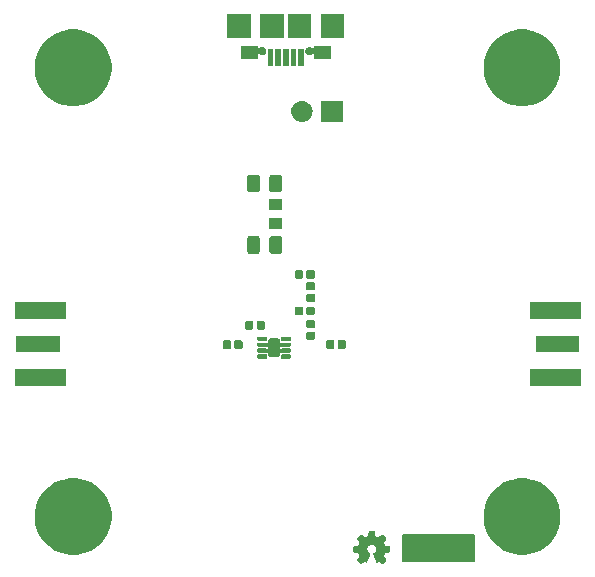
<source format=gts>
G04 #@! TF.GenerationSoftware,KiCad,Pcbnew,(5.1.0)-1*
G04 #@! TF.CreationDate,2019-03-22T19:36:58+11:00*
G04 #@! TF.ProjectId,TRF37A75_Dev_Rev_0,54524633-3741-4373-955f-4465765f5265,rev?*
G04 #@! TF.SameCoordinates,Original*
G04 #@! TF.FileFunction,Soldermask,Top*
G04 #@! TF.FilePolarity,Negative*
%FSLAX46Y46*%
G04 Gerber Fmt 4.6, Leading zero omitted, Abs format (unit mm)*
G04 Created by KiCad (PCBNEW (5.1.0)-1) date 2019-03-22 19:36:58*
%MOMM*%
%LPD*%
G04 APERTURE LIST*
%ADD10C,0.150000*%
%ADD11C,0.010000*%
%ADD12C,0.100000*%
G04 APERTURE END LIST*
D10*
G36*
X129925000Y-104550000D02*
G01*
X135925000Y-104550000D01*
X135925000Y-106800000D01*
X129925000Y-106800000D01*
X129925000Y-104550000D01*
G37*
X129925000Y-104550000D02*
X135925000Y-104550000D01*
X135925000Y-106800000D01*
X129925000Y-106800000D01*
X129925000Y-104550000D01*
D11*
G36*
X127271025Y-104238358D02*
G01*
X127312086Y-104238668D01*
X127348939Y-104239144D01*
X127380448Y-104239763D01*
X127405478Y-104240502D01*
X127422893Y-104241337D01*
X127431557Y-104242244D01*
X127432210Y-104242471D01*
X127434787Y-104248471D01*
X127438922Y-104263787D01*
X127444466Y-104287721D01*
X127451268Y-104319573D01*
X127459179Y-104358644D01*
X127468047Y-104404237D01*
X127475901Y-104445850D01*
X127484151Y-104489601D01*
X127492001Y-104530265D01*
X127499225Y-104566748D01*
X127505599Y-104597957D01*
X127510898Y-104622798D01*
X127514897Y-104640177D01*
X127517372Y-104649000D01*
X127517802Y-104649834D01*
X127524048Y-104653371D01*
X127538151Y-104659916D01*
X127558676Y-104668889D01*
X127584190Y-104679710D01*
X127613258Y-104691800D01*
X127644446Y-104704578D01*
X127676320Y-104717466D01*
X127707447Y-104729882D01*
X127736392Y-104741248D01*
X127761721Y-104750983D01*
X127781999Y-104758508D01*
X127795794Y-104763242D01*
X127801671Y-104764607D01*
X127801678Y-104764605D01*
X127806988Y-104761333D01*
X127819724Y-104752928D01*
X127838948Y-104740025D01*
X127863724Y-104723257D01*
X127893114Y-104703260D01*
X127926180Y-104680669D01*
X127961986Y-104656119D01*
X127970656Y-104650162D01*
X128007085Y-104625277D01*
X128041148Y-104602306D01*
X128071886Y-104581874D01*
X128098339Y-104564606D01*
X128119549Y-104551126D01*
X128134556Y-104542059D01*
X128142401Y-104538028D01*
X128143086Y-104537879D01*
X128148807Y-104541391D01*
X128160602Y-104551292D01*
X128177520Y-104566632D01*
X128198609Y-104586458D01*
X128222919Y-104609820D01*
X128249500Y-104635767D01*
X128277400Y-104663347D01*
X128305669Y-104691609D01*
X128333355Y-104719603D01*
X128359508Y-104746376D01*
X128383178Y-104770978D01*
X128403412Y-104792458D01*
X128419261Y-104809864D01*
X128429774Y-104822246D01*
X128433999Y-104828651D01*
X128434040Y-104828938D01*
X128431243Y-104835058D01*
X128423279Y-104848530D01*
X128410789Y-104868372D01*
X128394410Y-104893598D01*
X128374783Y-104923226D01*
X128352547Y-104956269D01*
X128328341Y-104991745D01*
X128326788Y-104994005D01*
X128302294Y-105029726D01*
X128279499Y-105063139D01*
X128259080Y-105093244D01*
X128241708Y-105119038D01*
X128228060Y-105139521D01*
X128218807Y-105153692D01*
X128214626Y-105160550D01*
X128214568Y-105160670D01*
X128213784Y-105165391D01*
X128214912Y-105173231D01*
X128218299Y-105185143D01*
X128224292Y-105202084D01*
X128233241Y-105225007D01*
X128245491Y-105254867D01*
X128261390Y-105292619D01*
X128269749Y-105312252D01*
X128286018Y-105349852D01*
X128301011Y-105383510D01*
X128314231Y-105412168D01*
X128325175Y-105434772D01*
X128333346Y-105450265D01*
X128338243Y-105457592D01*
X128338710Y-105457948D01*
X128345560Y-105459928D01*
X128361248Y-105463502D01*
X128384616Y-105468434D01*
X128414508Y-105474491D01*
X128449767Y-105481439D01*
X128489236Y-105489044D01*
X128531757Y-105497071D01*
X128536409Y-105497940D01*
X128585146Y-105507180D01*
X128628053Y-105515621D01*
X128664390Y-105523102D01*
X128693418Y-105529463D01*
X128714397Y-105534544D01*
X128726585Y-105538184D01*
X128729451Y-105539714D01*
X128730372Y-105546096D01*
X128731225Y-105561503D01*
X128731989Y-105584798D01*
X128732638Y-105614847D01*
X128733151Y-105650514D01*
X128733503Y-105690663D01*
X128733671Y-105734159D01*
X128733682Y-105745027D01*
X128733649Y-105796548D01*
X128733486Y-105838801D01*
X128733162Y-105872680D01*
X128732647Y-105899077D01*
X128731908Y-105918884D01*
X128730916Y-105932996D01*
X128729639Y-105942303D01*
X128728046Y-105947699D01*
X128726595Y-105949741D01*
X128720095Y-105951999D01*
X128704763Y-105955799D01*
X128681765Y-105960898D01*
X128652271Y-105967050D01*
X128617450Y-105974013D01*
X128578470Y-105981543D01*
X128537365Y-105989236D01*
X128491210Y-105997897D01*
X128449798Y-106005981D01*
X128414062Y-106013286D01*
X128384937Y-106019611D01*
X128363354Y-106024758D01*
X128350249Y-106028525D01*
X128346726Y-106030133D01*
X128342704Y-106036585D01*
X128335714Y-106050987D01*
X128326314Y-106071948D01*
X128315063Y-106098082D01*
X128302519Y-106128000D01*
X128289240Y-106160313D01*
X128275785Y-106193634D01*
X128262712Y-106226575D01*
X128250580Y-106257747D01*
X128239946Y-106285763D01*
X128231369Y-106309233D01*
X128225408Y-106326771D01*
X128222620Y-106336987D01*
X128222556Y-106338842D01*
X128225901Y-106344358D01*
X128234348Y-106357262D01*
X128247236Y-106376573D01*
X128263906Y-106401312D01*
X128283697Y-106430498D01*
X128305948Y-106463151D01*
X128329512Y-106497582D01*
X128353487Y-106532797D01*
X128375526Y-106565662D01*
X128394982Y-106595174D01*
X128411209Y-106620331D01*
X128423558Y-106640130D01*
X128431383Y-106653568D01*
X128434040Y-106659588D01*
X128430537Y-106665258D01*
X128420662Y-106677017D01*
X128405363Y-106693914D01*
X128385590Y-106714997D01*
X128362290Y-106739314D01*
X128336414Y-106765912D01*
X128308908Y-106793838D01*
X128280723Y-106822142D01*
X128252807Y-106849870D01*
X128226109Y-106876071D01*
X128201578Y-106899792D01*
X128180162Y-106920081D01*
X128162810Y-106935985D01*
X128150471Y-106946554D01*
X128144094Y-106950834D01*
X128143792Y-106950880D01*
X128137917Y-106948089D01*
X128124690Y-106940148D01*
X128105102Y-106927705D01*
X128080147Y-106911406D01*
X128050814Y-106891900D01*
X128018098Y-106869834D01*
X127984274Y-106846740D01*
X127949192Y-106822807D01*
X127916493Y-106800813D01*
X127887179Y-106781405D01*
X127862247Y-106765232D01*
X127842696Y-106752942D01*
X127829527Y-106745183D01*
X127823812Y-106742600D01*
X127816386Y-106744920D01*
X127801894Y-106751305D01*
X127782157Y-106760890D01*
X127758991Y-106772810D01*
X127748350Y-106778481D01*
X127722800Y-106791747D01*
X127700514Y-106802375D01*
X127683172Y-106809622D01*
X127672456Y-106812744D01*
X127670823Y-106812771D01*
X127668235Y-106811377D01*
X127664874Y-106807452D01*
X127660467Y-106800381D01*
X127654738Y-106789547D01*
X127647414Y-106774334D01*
X127638220Y-106754125D01*
X127626884Y-106728305D01*
X127613129Y-106696257D01*
X127596684Y-106657365D01*
X127577272Y-106611012D01*
X127554620Y-106556582D01*
X127528454Y-106493459D01*
X127523860Y-106482359D01*
X127501257Y-106427528D01*
X127479911Y-106375342D01*
X127460128Y-106326575D01*
X127442213Y-106281998D01*
X127426473Y-106242386D01*
X127413212Y-106208510D01*
X127402736Y-106181143D01*
X127395352Y-106161060D01*
X127391364Y-106149031D01*
X127390760Y-106145809D01*
X127395949Y-106139897D01*
X127407723Y-106129827D01*
X127424234Y-106117102D01*
X127440173Y-106105629D01*
X127482327Y-106074570D01*
X127516753Y-106045231D01*
X127545203Y-106015682D01*
X127569432Y-105983997D01*
X127591194Y-105948247D01*
X127601863Y-105927918D01*
X127625756Y-105869488D01*
X127640076Y-105809158D01*
X127644979Y-105747953D01*
X127640623Y-105686898D01*
X127627163Y-105627019D01*
X127604756Y-105569342D01*
X127573559Y-105514891D01*
X127533727Y-105464692D01*
X127530664Y-105461411D01*
X127483017Y-105417833D01*
X127429808Y-105382422D01*
X127370354Y-105354755D01*
X127341660Y-105344807D01*
X127324933Y-105339974D01*
X127309165Y-105336632D01*
X127291854Y-105334519D01*
X127270497Y-105333373D01*
X127242593Y-105332935D01*
X127227540Y-105332900D01*
X127195915Y-105333110D01*
X127171936Y-105333916D01*
X127153093Y-105335578D01*
X127136877Y-105338357D01*
X127120778Y-105342516D01*
X127113240Y-105344802D01*
X127051246Y-105369205D01*
X126994961Y-105401690D01*
X126944969Y-105441763D01*
X126901854Y-105488933D01*
X126866201Y-105542707D01*
X126856329Y-105561500D01*
X126835756Y-105608357D01*
X126822234Y-105652726D01*
X126814860Y-105698443D01*
X126812727Y-105746920D01*
X126817586Y-105811989D01*
X126831992Y-105874065D01*
X126855688Y-105932510D01*
X126888416Y-105986687D01*
X126928955Y-106034975D01*
X126947140Y-106051971D01*
X126970762Y-106071791D01*
X126996748Y-106092052D01*
X127022023Y-106110368D01*
X127043514Y-106124354D01*
X127046139Y-106125883D01*
X127057832Y-106134785D01*
X127064872Y-106144264D01*
X127065325Y-106145648D01*
X127063872Y-106152322D01*
X127058641Y-106167833D01*
X127049832Y-106191671D01*
X127037647Y-106223326D01*
X127022287Y-106262287D01*
X127003953Y-106308043D01*
X126982846Y-106360085D01*
X126959166Y-106417901D01*
X126935728Y-106474679D01*
X126913300Y-106528781D01*
X126891914Y-106580286D01*
X126871903Y-106628399D01*
X126853599Y-106672325D01*
X126837334Y-106711268D01*
X126823442Y-106744433D01*
X126812253Y-106771026D01*
X126804102Y-106790249D01*
X126799319Y-106801309D01*
X126798253Y-106803609D01*
X126790020Y-106811716D01*
X126783211Y-106813720D01*
X126775498Y-106811394D01*
X126760745Y-106804995D01*
X126740790Y-106795387D01*
X126717470Y-106783437D01*
X126706642Y-106777672D01*
X126676834Y-106762192D01*
X126653316Y-106751189D01*
X126636875Y-106745007D01*
X126628822Y-106743837D01*
X126621680Y-106747269D01*
X126607538Y-106755700D01*
X126587709Y-106768286D01*
X126563506Y-106784184D01*
X126536241Y-106802551D01*
X126518880Y-106814461D01*
X126471962Y-106846822D01*
X126432682Y-106873815D01*
X126400352Y-106895892D01*
X126374281Y-106913506D01*
X126353781Y-106927109D01*
X126338163Y-106937155D01*
X126326739Y-106944097D01*
X126318819Y-106948388D01*
X126313714Y-106950480D01*
X126311387Y-106950880D01*
X126306121Y-106947399D01*
X126294535Y-106937478D01*
X126277460Y-106921897D01*
X126255721Y-106901437D01*
X126230148Y-106876880D01*
X126201568Y-106849006D01*
X126170809Y-106818597D01*
X126164731Y-106812541D01*
X126133736Y-106781470D01*
X126105010Y-106752382D01*
X126079357Y-106726112D01*
X126057577Y-106703494D01*
X126040473Y-106685363D01*
X126028847Y-106672552D01*
X126023501Y-106665896D01*
X126023266Y-106665413D01*
X126022367Y-106662436D01*
X126022052Y-106659393D01*
X126022835Y-106655460D01*
X126025226Y-106649812D01*
X126029737Y-106641624D01*
X126036879Y-106630072D01*
X126047165Y-106614330D01*
X126061105Y-106593575D01*
X126079212Y-106566980D01*
X126101996Y-106533721D01*
X126129969Y-106492973D01*
X126132515Y-106489266D01*
X126156161Y-106454625D01*
X126177865Y-106422438D01*
X126196973Y-106393706D01*
X126212831Y-106369428D01*
X126224785Y-106350605D01*
X126232181Y-106338237D01*
X126234400Y-106333469D01*
X126232571Y-106327070D01*
X126227390Y-106312455D01*
X126219314Y-106290826D01*
X126208802Y-106263385D01*
X126196312Y-106231333D01*
X126182300Y-106195874D01*
X126175294Y-106178307D01*
X126157557Y-106134314D01*
X126143005Y-106099051D01*
X126131276Y-106071727D01*
X126122006Y-106051551D01*
X126114833Y-106037734D01*
X126109394Y-106029485D01*
X126105444Y-106026059D01*
X126098085Y-106024121D01*
X126081936Y-106020609D01*
X126058202Y-106015762D01*
X126028091Y-106009819D01*
X125992809Y-106003018D01*
X125953562Y-105995597D01*
X125914921Y-105988414D01*
X125873281Y-105980616D01*
X125834669Y-105973154D01*
X125800261Y-105966273D01*
X125771230Y-105960217D01*
X125748751Y-105955232D01*
X125733998Y-105951560D01*
X125728231Y-105949531D01*
X125726433Y-105946360D01*
X125724961Y-105939541D01*
X125723785Y-105928211D01*
X125722877Y-105911509D01*
X125722207Y-105888571D01*
X125721746Y-105858536D01*
X125721465Y-105820541D01*
X125721336Y-105773724D01*
X125721320Y-105743875D01*
X125721320Y-105543954D01*
X125732750Y-105536902D01*
X125740237Y-105534400D01*
X125756536Y-105530372D01*
X125780455Y-105525066D01*
X125810802Y-105518732D01*
X125846384Y-105511617D01*
X125886009Y-105503971D01*
X125928486Y-105496042D01*
X125929600Y-105495838D01*
X125971876Y-105487950D01*
X126011108Y-105480374D01*
X126046145Y-105473352D01*
X126075836Y-105467126D01*
X126099030Y-105461937D01*
X126114576Y-105458026D01*
X126121323Y-105455637D01*
X126121405Y-105455566D01*
X126125090Y-105449301D01*
X126132022Y-105435106D01*
X126141577Y-105414428D01*
X126153134Y-105388713D01*
X126166070Y-105359406D01*
X126179763Y-105327954D01*
X126193591Y-105295802D01*
X126206931Y-105264397D01*
X126219161Y-105235185D01*
X126229659Y-105209611D01*
X126237803Y-105189123D01*
X126242969Y-105175165D01*
X126244560Y-105169394D01*
X126241767Y-105163575D01*
X126233811Y-105150372D01*
X126221319Y-105130749D01*
X126204924Y-105105667D01*
X126185254Y-105076089D01*
X126162939Y-105042976D01*
X126138611Y-105007293D01*
X126134742Y-105001655D01*
X126110048Y-104965538D01*
X126087155Y-104931750D01*
X126066713Y-104901274D01*
X126049371Y-104875088D01*
X126035778Y-104854175D01*
X126026583Y-104839516D01*
X126022434Y-104832090D01*
X126022293Y-104831684D01*
X126023054Y-104827579D01*
X126027214Y-104820668D01*
X126035317Y-104810355D01*
X126047905Y-104796048D01*
X126065521Y-104777154D01*
X126088708Y-104753078D01*
X126118008Y-104723226D01*
X126153964Y-104687005D01*
X126161199Y-104679749D01*
X126197218Y-104643889D01*
X126229356Y-104612378D01*
X126257068Y-104585731D01*
X126279806Y-104564461D01*
X126297023Y-104549081D01*
X126308174Y-104540105D01*
X126312325Y-104537880D01*
X126318560Y-104540672D01*
X126332156Y-104548627D01*
X126352133Y-104561110D01*
X126377508Y-104577487D01*
X126407300Y-104597122D01*
X126440526Y-104619382D01*
X126476205Y-104643631D01*
X126480086Y-104646289D01*
X126516100Y-104670928D01*
X126549822Y-104693914D01*
X126580253Y-104714573D01*
X126606395Y-104732230D01*
X126627248Y-104746211D01*
X126641815Y-104755841D01*
X126649096Y-104760446D01*
X126649352Y-104760587D01*
X126653805Y-104761941D01*
X126660339Y-104761744D01*
X126670059Y-104759631D01*
X126684068Y-104755234D01*
X126703471Y-104748187D01*
X126729373Y-104738124D01*
X126762877Y-104724677D01*
X126786512Y-104715068D01*
X126828366Y-104697981D01*
X126861788Y-104684243D01*
X126887760Y-104673382D01*
X126907264Y-104664926D01*
X126921281Y-104658403D01*
X126930795Y-104653340D01*
X126936786Y-104649266D01*
X126940236Y-104645708D01*
X126942128Y-104642193D01*
X126942945Y-104639840D01*
X126944560Y-104632736D01*
X126947793Y-104616805D01*
X126952420Y-104593215D01*
X126958216Y-104563129D01*
X126964958Y-104527714D01*
X126972420Y-104488135D01*
X126980378Y-104445558D01*
X126981195Y-104441168D01*
X126989252Y-104398481D01*
X126996968Y-104358799D01*
X127004104Y-104323266D01*
X127010420Y-104293028D01*
X127015676Y-104269228D01*
X127019633Y-104253012D01*
X127022050Y-104245524D01*
X127022212Y-104245283D01*
X127025242Y-104243437D01*
X127031563Y-104241928D01*
X127042063Y-104240727D01*
X127057633Y-104239801D01*
X127079159Y-104239121D01*
X127107532Y-104238657D01*
X127143639Y-104238376D01*
X127188370Y-104238250D01*
X127226892Y-104238237D01*
X127271025Y-104238358D01*
X127271025Y-104238358D01*
G37*
X127271025Y-104238358D02*
X127312086Y-104238668D01*
X127348939Y-104239144D01*
X127380448Y-104239763D01*
X127405478Y-104240502D01*
X127422893Y-104241337D01*
X127431557Y-104242244D01*
X127432210Y-104242471D01*
X127434787Y-104248471D01*
X127438922Y-104263787D01*
X127444466Y-104287721D01*
X127451268Y-104319573D01*
X127459179Y-104358644D01*
X127468047Y-104404237D01*
X127475901Y-104445850D01*
X127484151Y-104489601D01*
X127492001Y-104530265D01*
X127499225Y-104566748D01*
X127505599Y-104597957D01*
X127510898Y-104622798D01*
X127514897Y-104640177D01*
X127517372Y-104649000D01*
X127517802Y-104649834D01*
X127524048Y-104653371D01*
X127538151Y-104659916D01*
X127558676Y-104668889D01*
X127584190Y-104679710D01*
X127613258Y-104691800D01*
X127644446Y-104704578D01*
X127676320Y-104717466D01*
X127707447Y-104729882D01*
X127736392Y-104741248D01*
X127761721Y-104750983D01*
X127781999Y-104758508D01*
X127795794Y-104763242D01*
X127801671Y-104764607D01*
X127801678Y-104764605D01*
X127806988Y-104761333D01*
X127819724Y-104752928D01*
X127838948Y-104740025D01*
X127863724Y-104723257D01*
X127893114Y-104703260D01*
X127926180Y-104680669D01*
X127961986Y-104656119D01*
X127970656Y-104650162D01*
X128007085Y-104625277D01*
X128041148Y-104602306D01*
X128071886Y-104581874D01*
X128098339Y-104564606D01*
X128119549Y-104551126D01*
X128134556Y-104542059D01*
X128142401Y-104538028D01*
X128143086Y-104537879D01*
X128148807Y-104541391D01*
X128160602Y-104551292D01*
X128177520Y-104566632D01*
X128198609Y-104586458D01*
X128222919Y-104609820D01*
X128249500Y-104635767D01*
X128277400Y-104663347D01*
X128305669Y-104691609D01*
X128333355Y-104719603D01*
X128359508Y-104746376D01*
X128383178Y-104770978D01*
X128403412Y-104792458D01*
X128419261Y-104809864D01*
X128429774Y-104822246D01*
X128433999Y-104828651D01*
X128434040Y-104828938D01*
X128431243Y-104835058D01*
X128423279Y-104848530D01*
X128410789Y-104868372D01*
X128394410Y-104893598D01*
X128374783Y-104923226D01*
X128352547Y-104956269D01*
X128328341Y-104991745D01*
X128326788Y-104994005D01*
X128302294Y-105029726D01*
X128279499Y-105063139D01*
X128259080Y-105093244D01*
X128241708Y-105119038D01*
X128228060Y-105139521D01*
X128218807Y-105153692D01*
X128214626Y-105160550D01*
X128214568Y-105160670D01*
X128213784Y-105165391D01*
X128214912Y-105173231D01*
X128218299Y-105185143D01*
X128224292Y-105202084D01*
X128233241Y-105225007D01*
X128245491Y-105254867D01*
X128261390Y-105292619D01*
X128269749Y-105312252D01*
X128286018Y-105349852D01*
X128301011Y-105383510D01*
X128314231Y-105412168D01*
X128325175Y-105434772D01*
X128333346Y-105450265D01*
X128338243Y-105457592D01*
X128338710Y-105457948D01*
X128345560Y-105459928D01*
X128361248Y-105463502D01*
X128384616Y-105468434D01*
X128414508Y-105474491D01*
X128449767Y-105481439D01*
X128489236Y-105489044D01*
X128531757Y-105497071D01*
X128536409Y-105497940D01*
X128585146Y-105507180D01*
X128628053Y-105515621D01*
X128664390Y-105523102D01*
X128693418Y-105529463D01*
X128714397Y-105534544D01*
X128726585Y-105538184D01*
X128729451Y-105539714D01*
X128730372Y-105546096D01*
X128731225Y-105561503D01*
X128731989Y-105584798D01*
X128732638Y-105614847D01*
X128733151Y-105650514D01*
X128733503Y-105690663D01*
X128733671Y-105734159D01*
X128733682Y-105745027D01*
X128733649Y-105796548D01*
X128733486Y-105838801D01*
X128733162Y-105872680D01*
X128732647Y-105899077D01*
X128731908Y-105918884D01*
X128730916Y-105932996D01*
X128729639Y-105942303D01*
X128728046Y-105947699D01*
X128726595Y-105949741D01*
X128720095Y-105951999D01*
X128704763Y-105955799D01*
X128681765Y-105960898D01*
X128652271Y-105967050D01*
X128617450Y-105974013D01*
X128578470Y-105981543D01*
X128537365Y-105989236D01*
X128491210Y-105997897D01*
X128449798Y-106005981D01*
X128414062Y-106013286D01*
X128384937Y-106019611D01*
X128363354Y-106024758D01*
X128350249Y-106028525D01*
X128346726Y-106030133D01*
X128342704Y-106036585D01*
X128335714Y-106050987D01*
X128326314Y-106071948D01*
X128315063Y-106098082D01*
X128302519Y-106128000D01*
X128289240Y-106160313D01*
X128275785Y-106193634D01*
X128262712Y-106226575D01*
X128250580Y-106257747D01*
X128239946Y-106285763D01*
X128231369Y-106309233D01*
X128225408Y-106326771D01*
X128222620Y-106336987D01*
X128222556Y-106338842D01*
X128225901Y-106344358D01*
X128234348Y-106357262D01*
X128247236Y-106376573D01*
X128263906Y-106401312D01*
X128283697Y-106430498D01*
X128305948Y-106463151D01*
X128329512Y-106497582D01*
X128353487Y-106532797D01*
X128375526Y-106565662D01*
X128394982Y-106595174D01*
X128411209Y-106620331D01*
X128423558Y-106640130D01*
X128431383Y-106653568D01*
X128434040Y-106659588D01*
X128430537Y-106665258D01*
X128420662Y-106677017D01*
X128405363Y-106693914D01*
X128385590Y-106714997D01*
X128362290Y-106739314D01*
X128336414Y-106765912D01*
X128308908Y-106793838D01*
X128280723Y-106822142D01*
X128252807Y-106849870D01*
X128226109Y-106876071D01*
X128201578Y-106899792D01*
X128180162Y-106920081D01*
X128162810Y-106935985D01*
X128150471Y-106946554D01*
X128144094Y-106950834D01*
X128143792Y-106950880D01*
X128137917Y-106948089D01*
X128124690Y-106940148D01*
X128105102Y-106927705D01*
X128080147Y-106911406D01*
X128050814Y-106891900D01*
X128018098Y-106869834D01*
X127984274Y-106846740D01*
X127949192Y-106822807D01*
X127916493Y-106800813D01*
X127887179Y-106781405D01*
X127862247Y-106765232D01*
X127842696Y-106752942D01*
X127829527Y-106745183D01*
X127823812Y-106742600D01*
X127816386Y-106744920D01*
X127801894Y-106751305D01*
X127782157Y-106760890D01*
X127758991Y-106772810D01*
X127748350Y-106778481D01*
X127722800Y-106791747D01*
X127700514Y-106802375D01*
X127683172Y-106809622D01*
X127672456Y-106812744D01*
X127670823Y-106812771D01*
X127668235Y-106811377D01*
X127664874Y-106807452D01*
X127660467Y-106800381D01*
X127654738Y-106789547D01*
X127647414Y-106774334D01*
X127638220Y-106754125D01*
X127626884Y-106728305D01*
X127613129Y-106696257D01*
X127596684Y-106657365D01*
X127577272Y-106611012D01*
X127554620Y-106556582D01*
X127528454Y-106493459D01*
X127523860Y-106482359D01*
X127501257Y-106427528D01*
X127479911Y-106375342D01*
X127460128Y-106326575D01*
X127442213Y-106281998D01*
X127426473Y-106242386D01*
X127413212Y-106208510D01*
X127402736Y-106181143D01*
X127395352Y-106161060D01*
X127391364Y-106149031D01*
X127390760Y-106145809D01*
X127395949Y-106139897D01*
X127407723Y-106129827D01*
X127424234Y-106117102D01*
X127440173Y-106105629D01*
X127482327Y-106074570D01*
X127516753Y-106045231D01*
X127545203Y-106015682D01*
X127569432Y-105983997D01*
X127591194Y-105948247D01*
X127601863Y-105927918D01*
X127625756Y-105869488D01*
X127640076Y-105809158D01*
X127644979Y-105747953D01*
X127640623Y-105686898D01*
X127627163Y-105627019D01*
X127604756Y-105569342D01*
X127573559Y-105514891D01*
X127533727Y-105464692D01*
X127530664Y-105461411D01*
X127483017Y-105417833D01*
X127429808Y-105382422D01*
X127370354Y-105354755D01*
X127341660Y-105344807D01*
X127324933Y-105339974D01*
X127309165Y-105336632D01*
X127291854Y-105334519D01*
X127270497Y-105333373D01*
X127242593Y-105332935D01*
X127227540Y-105332900D01*
X127195915Y-105333110D01*
X127171936Y-105333916D01*
X127153093Y-105335578D01*
X127136877Y-105338357D01*
X127120778Y-105342516D01*
X127113240Y-105344802D01*
X127051246Y-105369205D01*
X126994961Y-105401690D01*
X126944969Y-105441763D01*
X126901854Y-105488933D01*
X126866201Y-105542707D01*
X126856329Y-105561500D01*
X126835756Y-105608357D01*
X126822234Y-105652726D01*
X126814860Y-105698443D01*
X126812727Y-105746920D01*
X126817586Y-105811989D01*
X126831992Y-105874065D01*
X126855688Y-105932510D01*
X126888416Y-105986687D01*
X126928955Y-106034975D01*
X126947140Y-106051971D01*
X126970762Y-106071791D01*
X126996748Y-106092052D01*
X127022023Y-106110368D01*
X127043514Y-106124354D01*
X127046139Y-106125883D01*
X127057832Y-106134785D01*
X127064872Y-106144264D01*
X127065325Y-106145648D01*
X127063872Y-106152322D01*
X127058641Y-106167833D01*
X127049832Y-106191671D01*
X127037647Y-106223326D01*
X127022287Y-106262287D01*
X127003953Y-106308043D01*
X126982846Y-106360085D01*
X126959166Y-106417901D01*
X126935728Y-106474679D01*
X126913300Y-106528781D01*
X126891914Y-106580286D01*
X126871903Y-106628399D01*
X126853599Y-106672325D01*
X126837334Y-106711268D01*
X126823442Y-106744433D01*
X126812253Y-106771026D01*
X126804102Y-106790249D01*
X126799319Y-106801309D01*
X126798253Y-106803609D01*
X126790020Y-106811716D01*
X126783211Y-106813720D01*
X126775498Y-106811394D01*
X126760745Y-106804995D01*
X126740790Y-106795387D01*
X126717470Y-106783437D01*
X126706642Y-106777672D01*
X126676834Y-106762192D01*
X126653316Y-106751189D01*
X126636875Y-106745007D01*
X126628822Y-106743837D01*
X126621680Y-106747269D01*
X126607538Y-106755700D01*
X126587709Y-106768286D01*
X126563506Y-106784184D01*
X126536241Y-106802551D01*
X126518880Y-106814461D01*
X126471962Y-106846822D01*
X126432682Y-106873815D01*
X126400352Y-106895892D01*
X126374281Y-106913506D01*
X126353781Y-106927109D01*
X126338163Y-106937155D01*
X126326739Y-106944097D01*
X126318819Y-106948388D01*
X126313714Y-106950480D01*
X126311387Y-106950880D01*
X126306121Y-106947399D01*
X126294535Y-106937478D01*
X126277460Y-106921897D01*
X126255721Y-106901437D01*
X126230148Y-106876880D01*
X126201568Y-106849006D01*
X126170809Y-106818597D01*
X126164731Y-106812541D01*
X126133736Y-106781470D01*
X126105010Y-106752382D01*
X126079357Y-106726112D01*
X126057577Y-106703494D01*
X126040473Y-106685363D01*
X126028847Y-106672552D01*
X126023501Y-106665896D01*
X126023266Y-106665413D01*
X126022367Y-106662436D01*
X126022052Y-106659393D01*
X126022835Y-106655460D01*
X126025226Y-106649812D01*
X126029737Y-106641624D01*
X126036879Y-106630072D01*
X126047165Y-106614330D01*
X126061105Y-106593575D01*
X126079212Y-106566980D01*
X126101996Y-106533721D01*
X126129969Y-106492973D01*
X126132515Y-106489266D01*
X126156161Y-106454625D01*
X126177865Y-106422438D01*
X126196973Y-106393706D01*
X126212831Y-106369428D01*
X126224785Y-106350605D01*
X126232181Y-106338237D01*
X126234400Y-106333469D01*
X126232571Y-106327070D01*
X126227390Y-106312455D01*
X126219314Y-106290826D01*
X126208802Y-106263385D01*
X126196312Y-106231333D01*
X126182300Y-106195874D01*
X126175294Y-106178307D01*
X126157557Y-106134314D01*
X126143005Y-106099051D01*
X126131276Y-106071727D01*
X126122006Y-106051551D01*
X126114833Y-106037734D01*
X126109394Y-106029485D01*
X126105444Y-106026059D01*
X126098085Y-106024121D01*
X126081936Y-106020609D01*
X126058202Y-106015762D01*
X126028091Y-106009819D01*
X125992809Y-106003018D01*
X125953562Y-105995597D01*
X125914921Y-105988414D01*
X125873281Y-105980616D01*
X125834669Y-105973154D01*
X125800261Y-105966273D01*
X125771230Y-105960217D01*
X125748751Y-105955232D01*
X125733998Y-105951560D01*
X125728231Y-105949531D01*
X125726433Y-105946360D01*
X125724961Y-105939541D01*
X125723785Y-105928211D01*
X125722877Y-105911509D01*
X125722207Y-105888571D01*
X125721746Y-105858536D01*
X125721465Y-105820541D01*
X125721336Y-105773724D01*
X125721320Y-105743875D01*
X125721320Y-105543954D01*
X125732750Y-105536902D01*
X125740237Y-105534400D01*
X125756536Y-105530372D01*
X125780455Y-105525066D01*
X125810802Y-105518732D01*
X125846384Y-105511617D01*
X125886009Y-105503971D01*
X125928486Y-105496042D01*
X125929600Y-105495838D01*
X125971876Y-105487950D01*
X126011108Y-105480374D01*
X126046145Y-105473352D01*
X126075836Y-105467126D01*
X126099030Y-105461937D01*
X126114576Y-105458026D01*
X126121323Y-105455637D01*
X126121405Y-105455566D01*
X126125090Y-105449301D01*
X126132022Y-105435106D01*
X126141577Y-105414428D01*
X126153134Y-105388713D01*
X126166070Y-105359406D01*
X126179763Y-105327954D01*
X126193591Y-105295802D01*
X126206931Y-105264397D01*
X126219161Y-105235185D01*
X126229659Y-105209611D01*
X126237803Y-105189123D01*
X126242969Y-105175165D01*
X126244560Y-105169394D01*
X126241767Y-105163575D01*
X126233811Y-105150372D01*
X126221319Y-105130749D01*
X126204924Y-105105667D01*
X126185254Y-105076089D01*
X126162939Y-105042976D01*
X126138611Y-105007293D01*
X126134742Y-105001655D01*
X126110048Y-104965538D01*
X126087155Y-104931750D01*
X126066713Y-104901274D01*
X126049371Y-104875088D01*
X126035778Y-104854175D01*
X126026583Y-104839516D01*
X126022434Y-104832090D01*
X126022293Y-104831684D01*
X126023054Y-104827579D01*
X126027214Y-104820668D01*
X126035317Y-104810355D01*
X126047905Y-104796048D01*
X126065521Y-104777154D01*
X126088708Y-104753078D01*
X126118008Y-104723226D01*
X126153964Y-104687005D01*
X126161199Y-104679749D01*
X126197218Y-104643889D01*
X126229356Y-104612378D01*
X126257068Y-104585731D01*
X126279806Y-104564461D01*
X126297023Y-104549081D01*
X126308174Y-104540105D01*
X126312325Y-104537880D01*
X126318560Y-104540672D01*
X126332156Y-104548627D01*
X126352133Y-104561110D01*
X126377508Y-104577487D01*
X126407300Y-104597122D01*
X126440526Y-104619382D01*
X126476205Y-104643631D01*
X126480086Y-104646289D01*
X126516100Y-104670928D01*
X126549822Y-104693914D01*
X126580253Y-104714573D01*
X126606395Y-104732230D01*
X126627248Y-104746211D01*
X126641815Y-104755841D01*
X126649096Y-104760446D01*
X126649352Y-104760587D01*
X126653805Y-104761941D01*
X126660339Y-104761744D01*
X126670059Y-104759631D01*
X126684068Y-104755234D01*
X126703471Y-104748187D01*
X126729373Y-104738124D01*
X126762877Y-104724677D01*
X126786512Y-104715068D01*
X126828366Y-104697981D01*
X126861788Y-104684243D01*
X126887760Y-104673382D01*
X126907264Y-104664926D01*
X126921281Y-104658403D01*
X126930795Y-104653340D01*
X126936786Y-104649266D01*
X126940236Y-104645708D01*
X126942128Y-104642193D01*
X126942945Y-104639840D01*
X126944560Y-104632736D01*
X126947793Y-104616805D01*
X126952420Y-104593215D01*
X126958216Y-104563129D01*
X126964958Y-104527714D01*
X126972420Y-104488135D01*
X126980378Y-104445558D01*
X126981195Y-104441168D01*
X126989252Y-104398481D01*
X126996968Y-104358799D01*
X127004104Y-104323266D01*
X127010420Y-104293028D01*
X127015676Y-104269228D01*
X127019633Y-104253012D01*
X127022050Y-104245524D01*
X127022212Y-104245283D01*
X127025242Y-104243437D01*
X127031563Y-104241928D01*
X127042063Y-104240727D01*
X127057633Y-104239801D01*
X127079159Y-104239121D01*
X127107532Y-104238657D01*
X127143639Y-104238376D01*
X127188370Y-104238250D01*
X127226892Y-104238237D01*
X127271025Y-104238358D01*
D12*
G36*
X140529558Y-99790645D02*
G01*
X140948282Y-99873934D01*
X141539926Y-100119001D01*
X142072392Y-100474784D01*
X142525216Y-100927608D01*
X142880999Y-101460074D01*
X143126066Y-102051718D01*
X143126066Y-102051720D01*
X143251000Y-102679803D01*
X143251000Y-103320197D01*
X143209355Y-103529558D01*
X143126066Y-103948282D01*
X142880999Y-104539926D01*
X142525216Y-105072392D01*
X142072392Y-105525216D01*
X141539926Y-105880999D01*
X140948282Y-106126066D01*
X140529558Y-106209355D01*
X140320197Y-106251000D01*
X139679803Y-106251000D01*
X139470442Y-106209355D01*
X139051718Y-106126066D01*
X138460074Y-105880999D01*
X137927608Y-105525216D01*
X137474784Y-105072392D01*
X137119001Y-104539926D01*
X136873934Y-103948282D01*
X136790645Y-103529558D01*
X136749000Y-103320197D01*
X136749000Y-102679803D01*
X136873934Y-102051720D01*
X136873934Y-102051718D01*
X137119001Y-101460074D01*
X137474784Y-100927608D01*
X137927608Y-100474784D01*
X138460074Y-100119001D01*
X139051718Y-99873934D01*
X139470442Y-99790645D01*
X139679803Y-99749000D01*
X140320197Y-99749000D01*
X140529558Y-99790645D01*
X140529558Y-99790645D01*
G37*
G36*
X102529558Y-99790645D02*
G01*
X102948282Y-99873934D01*
X103539926Y-100119001D01*
X104072392Y-100474784D01*
X104525216Y-100927608D01*
X104880999Y-101460074D01*
X105126066Y-102051718D01*
X105126066Y-102051720D01*
X105251000Y-102679803D01*
X105251000Y-103320197D01*
X105209355Y-103529558D01*
X105126066Y-103948282D01*
X104880999Y-104539926D01*
X104525216Y-105072392D01*
X104072392Y-105525216D01*
X103539926Y-105880999D01*
X102948282Y-106126066D01*
X102529558Y-106209355D01*
X102320197Y-106251000D01*
X101679803Y-106251000D01*
X101470442Y-106209355D01*
X101051718Y-106126066D01*
X100460074Y-105880999D01*
X99927608Y-105525216D01*
X99474784Y-105072392D01*
X99119001Y-104539926D01*
X98873934Y-103948282D01*
X98790645Y-103529558D01*
X98749000Y-103320197D01*
X98749000Y-102679803D01*
X98873934Y-102051720D01*
X98873934Y-102051718D01*
X99119001Y-101460074D01*
X99474784Y-100927608D01*
X99927608Y-100474784D01*
X100460074Y-100119001D01*
X101051718Y-99873934D01*
X101470442Y-99790645D01*
X101679803Y-99749000D01*
X102320197Y-99749000D01*
X102529558Y-99790645D01*
X102529558Y-99790645D01*
G37*
G36*
X144961000Y-91951000D02*
G01*
X140659000Y-91951000D01*
X140659000Y-90499000D01*
X144961000Y-90499000D01*
X144961000Y-91951000D01*
X144961000Y-91951000D01*
G37*
G36*
X101351000Y-91951000D02*
G01*
X97049000Y-91951000D01*
X97049000Y-90499000D01*
X101351000Y-90499000D01*
X101351000Y-91951000D01*
X101351000Y-91951000D01*
G37*
G36*
X120350240Y-89275447D02*
G01*
X120362019Y-89279020D01*
X120372865Y-89284818D01*
X120382376Y-89292624D01*
X120390182Y-89302135D01*
X120395980Y-89312981D01*
X120399553Y-89324760D01*
X120401000Y-89339453D01*
X120401000Y-89560547D01*
X120399553Y-89575240D01*
X120395980Y-89587019D01*
X120390182Y-89597865D01*
X120382376Y-89607376D01*
X120372865Y-89615182D01*
X120362019Y-89620980D01*
X120350240Y-89624553D01*
X120335547Y-89626000D01*
X119664453Y-89626000D01*
X119649760Y-89624553D01*
X119637981Y-89620980D01*
X119627135Y-89615182D01*
X119617624Y-89607376D01*
X119609818Y-89597865D01*
X119604020Y-89587019D01*
X119600447Y-89575240D01*
X119599000Y-89560547D01*
X119599000Y-89339453D01*
X119600447Y-89324760D01*
X119604020Y-89312981D01*
X119609818Y-89302135D01*
X119617624Y-89292624D01*
X119627135Y-89284818D01*
X119637981Y-89279020D01*
X119649760Y-89275447D01*
X119664453Y-89274000D01*
X120335547Y-89274000D01*
X120350240Y-89275447D01*
X120350240Y-89275447D01*
G37*
G36*
X118350240Y-89275447D02*
G01*
X118362019Y-89279020D01*
X118372865Y-89284818D01*
X118382376Y-89292624D01*
X118390182Y-89302135D01*
X118395980Y-89312981D01*
X118399553Y-89324760D01*
X118401000Y-89339453D01*
X118401000Y-89560547D01*
X118399553Y-89575240D01*
X118395980Y-89587019D01*
X118390182Y-89597865D01*
X118382376Y-89607376D01*
X118372865Y-89615182D01*
X118362019Y-89620980D01*
X118350240Y-89624553D01*
X118335547Y-89626000D01*
X117664453Y-89626000D01*
X117649760Y-89624553D01*
X117637981Y-89620980D01*
X117627135Y-89615182D01*
X117617624Y-89607376D01*
X117609818Y-89597865D01*
X117604020Y-89587019D01*
X117600447Y-89575240D01*
X117599000Y-89560547D01*
X117599000Y-89339453D01*
X117600447Y-89324760D01*
X117604020Y-89312981D01*
X117609818Y-89302135D01*
X117617624Y-89292624D01*
X117627135Y-89284818D01*
X117637981Y-89279020D01*
X117649760Y-89275447D01*
X117664453Y-89274000D01*
X118335547Y-89274000D01*
X118350240Y-89275447D01*
X118350240Y-89275447D01*
G37*
G36*
X119319446Y-87903570D02*
G01*
X119361701Y-87916388D01*
X119400646Y-87937205D01*
X119434781Y-87965219D01*
X119462795Y-87999354D01*
X119483612Y-88038299D01*
X119496430Y-88080554D01*
X119501000Y-88126954D01*
X119501000Y-88316712D01*
X119501961Y-88326466D01*
X119504806Y-88335846D01*
X119509426Y-88344490D01*
X119515644Y-88352067D01*
X119523221Y-88358285D01*
X119531865Y-88362905D01*
X119541245Y-88365750D01*
X119550999Y-88366711D01*
X119560753Y-88365750D01*
X119570133Y-88362905D01*
X119578777Y-88358285D01*
X119586354Y-88352067D01*
X119592572Y-88344490D01*
X119597192Y-88335846D01*
X119600037Y-88326466D01*
X119600140Y-88325772D01*
X119604020Y-88312981D01*
X119609818Y-88302135D01*
X119617624Y-88292624D01*
X119627135Y-88284818D01*
X119637981Y-88279020D01*
X119649760Y-88275447D01*
X119664453Y-88274000D01*
X120335547Y-88274000D01*
X120350240Y-88275447D01*
X120362019Y-88279020D01*
X120372865Y-88284818D01*
X120382376Y-88292624D01*
X120390182Y-88302135D01*
X120395980Y-88312981D01*
X120399553Y-88324760D01*
X120401000Y-88339453D01*
X120401000Y-88560547D01*
X120399553Y-88575240D01*
X120395980Y-88587019D01*
X120390182Y-88597865D01*
X120382376Y-88607376D01*
X120372865Y-88615182D01*
X120362019Y-88620980D01*
X120350240Y-88624553D01*
X120335547Y-88626000D01*
X119664453Y-88626000D01*
X119649760Y-88624553D01*
X119637981Y-88620980D01*
X119627135Y-88615182D01*
X119617624Y-88607376D01*
X119609818Y-88597865D01*
X119604020Y-88587019D01*
X119599529Y-88572214D01*
X119598845Y-88568775D01*
X119595095Y-88559720D01*
X119589650Y-88551570D01*
X119582719Y-88544639D01*
X119574570Y-88539193D01*
X119565514Y-88535442D01*
X119555901Y-88533530D01*
X119546100Y-88533530D01*
X119536486Y-88535442D01*
X119527431Y-88539192D01*
X119519281Y-88544637D01*
X119512350Y-88551568D01*
X119506904Y-88559717D01*
X119503153Y-88568773D01*
X119501241Y-88578386D01*
X119501000Y-88583288D01*
X119501000Y-88816712D01*
X119501961Y-88826466D01*
X119504806Y-88835846D01*
X119509426Y-88844490D01*
X119515644Y-88852067D01*
X119523221Y-88858285D01*
X119531865Y-88862905D01*
X119541245Y-88865750D01*
X119550999Y-88866711D01*
X119560753Y-88865750D01*
X119570133Y-88862905D01*
X119578777Y-88858285D01*
X119586354Y-88852067D01*
X119592572Y-88844490D01*
X119597192Y-88835846D01*
X119600037Y-88826466D01*
X119600140Y-88825772D01*
X119604020Y-88812981D01*
X119609818Y-88802135D01*
X119617624Y-88792624D01*
X119627135Y-88784818D01*
X119637981Y-88779020D01*
X119649760Y-88775447D01*
X119664453Y-88774000D01*
X120335547Y-88774000D01*
X120350240Y-88775447D01*
X120362019Y-88779020D01*
X120372865Y-88784818D01*
X120382376Y-88792624D01*
X120390182Y-88802135D01*
X120395980Y-88812981D01*
X120399553Y-88824760D01*
X120401000Y-88839453D01*
X120401000Y-89060547D01*
X120399553Y-89075240D01*
X120395980Y-89087019D01*
X120390182Y-89097865D01*
X120382376Y-89107376D01*
X120372865Y-89115182D01*
X120362019Y-89120980D01*
X120350240Y-89124553D01*
X120335547Y-89126000D01*
X119664453Y-89126000D01*
X119649760Y-89124553D01*
X119637981Y-89120980D01*
X119627135Y-89115182D01*
X119617624Y-89107376D01*
X119609818Y-89097865D01*
X119604020Y-89087019D01*
X119599529Y-89072214D01*
X119598845Y-89068775D01*
X119595095Y-89059720D01*
X119589650Y-89051570D01*
X119582719Y-89044639D01*
X119574570Y-89039193D01*
X119565514Y-89035442D01*
X119555901Y-89033530D01*
X119546100Y-89033530D01*
X119536486Y-89035442D01*
X119527431Y-89039192D01*
X119519281Y-89044637D01*
X119512350Y-89051568D01*
X119506904Y-89059717D01*
X119503153Y-89068773D01*
X119501241Y-89078386D01*
X119501000Y-89083288D01*
X119501000Y-89273046D01*
X119496430Y-89319446D01*
X119483612Y-89361701D01*
X119462795Y-89400646D01*
X119434781Y-89434781D01*
X119400646Y-89462795D01*
X119361701Y-89483612D01*
X119319446Y-89496430D01*
X119273046Y-89501000D01*
X118726954Y-89501000D01*
X118680554Y-89496430D01*
X118638299Y-89483612D01*
X118599354Y-89462795D01*
X118565219Y-89434781D01*
X118537205Y-89400646D01*
X118516388Y-89361701D01*
X118503570Y-89319446D01*
X118499000Y-89273046D01*
X118499000Y-89083288D01*
X118498039Y-89073534D01*
X118495194Y-89064154D01*
X118490574Y-89055510D01*
X118484356Y-89047933D01*
X118476779Y-89041715D01*
X118468135Y-89037095D01*
X118458755Y-89034250D01*
X118449001Y-89033289D01*
X118439247Y-89034250D01*
X118429867Y-89037095D01*
X118421223Y-89041715D01*
X118413646Y-89047933D01*
X118407428Y-89055510D01*
X118402808Y-89064154D01*
X118399963Y-89073534D01*
X118399860Y-89074228D01*
X118395980Y-89087019D01*
X118390182Y-89097865D01*
X118382376Y-89107376D01*
X118372865Y-89115182D01*
X118362019Y-89120980D01*
X118350240Y-89124553D01*
X118335547Y-89126000D01*
X117664453Y-89126000D01*
X117649760Y-89124553D01*
X117637981Y-89120980D01*
X117627135Y-89115182D01*
X117617624Y-89107376D01*
X117609818Y-89097865D01*
X117604020Y-89087019D01*
X117600447Y-89075240D01*
X117599000Y-89060547D01*
X117599000Y-88839453D01*
X117600447Y-88824760D01*
X117604020Y-88812981D01*
X117609818Y-88802135D01*
X117617624Y-88792624D01*
X117627135Y-88784818D01*
X117637981Y-88779020D01*
X117649760Y-88775447D01*
X117664453Y-88774000D01*
X118335547Y-88774000D01*
X118350240Y-88775447D01*
X118362019Y-88779020D01*
X118372865Y-88784818D01*
X118382376Y-88792624D01*
X118390182Y-88802135D01*
X118395980Y-88812981D01*
X118400471Y-88827786D01*
X118401155Y-88831225D01*
X118404905Y-88840280D01*
X118410350Y-88848430D01*
X118417281Y-88855361D01*
X118425430Y-88860807D01*
X118434486Y-88864558D01*
X118444099Y-88866470D01*
X118453900Y-88866470D01*
X118463514Y-88864558D01*
X118472569Y-88860808D01*
X118480719Y-88855363D01*
X118487650Y-88848432D01*
X118493096Y-88840283D01*
X118496847Y-88831227D01*
X118498759Y-88821614D01*
X118499000Y-88816712D01*
X118499000Y-88583288D01*
X118498039Y-88573534D01*
X118495194Y-88564154D01*
X118490574Y-88555510D01*
X118484356Y-88547933D01*
X118476779Y-88541715D01*
X118468135Y-88537095D01*
X118458755Y-88534250D01*
X118449001Y-88533289D01*
X118439247Y-88534250D01*
X118429867Y-88537095D01*
X118421223Y-88541715D01*
X118413646Y-88547933D01*
X118407428Y-88555510D01*
X118402808Y-88564154D01*
X118399963Y-88573534D01*
X118399860Y-88574228D01*
X118395980Y-88587019D01*
X118390182Y-88597865D01*
X118382376Y-88607376D01*
X118372865Y-88615182D01*
X118362019Y-88620980D01*
X118350240Y-88624553D01*
X118335547Y-88626000D01*
X117664453Y-88626000D01*
X117649760Y-88624553D01*
X117637981Y-88620980D01*
X117627135Y-88615182D01*
X117617624Y-88607376D01*
X117609818Y-88597865D01*
X117604020Y-88587019D01*
X117600447Y-88575240D01*
X117599000Y-88560547D01*
X117599000Y-88339453D01*
X117600447Y-88324760D01*
X117604020Y-88312981D01*
X117609818Y-88302135D01*
X117617624Y-88292624D01*
X117627135Y-88284818D01*
X117637981Y-88279020D01*
X117649760Y-88275447D01*
X117664453Y-88274000D01*
X118335547Y-88274000D01*
X118350240Y-88275447D01*
X118362019Y-88279020D01*
X118372865Y-88284818D01*
X118382376Y-88292624D01*
X118390182Y-88302135D01*
X118395980Y-88312981D01*
X118400471Y-88327786D01*
X118401155Y-88331225D01*
X118404905Y-88340280D01*
X118410350Y-88348430D01*
X118417281Y-88355361D01*
X118425430Y-88360807D01*
X118434486Y-88364558D01*
X118444099Y-88366470D01*
X118453900Y-88366470D01*
X118463514Y-88364558D01*
X118472569Y-88360808D01*
X118480719Y-88355363D01*
X118487650Y-88348432D01*
X118493096Y-88340283D01*
X118496847Y-88331227D01*
X118498759Y-88321614D01*
X118499000Y-88316712D01*
X118499000Y-88126954D01*
X118503570Y-88080554D01*
X118516388Y-88038299D01*
X118537205Y-87999354D01*
X118565219Y-87965219D01*
X118599354Y-87937205D01*
X118638299Y-87916388D01*
X118680554Y-87903570D01*
X118726954Y-87899000D01*
X119273046Y-87899000D01*
X119319446Y-87903570D01*
X119319446Y-87903570D01*
G37*
G36*
X144861000Y-89086000D02*
G01*
X141159000Y-89086000D01*
X141159000Y-87714000D01*
X144861000Y-87714000D01*
X144861000Y-89086000D01*
X144861000Y-89086000D01*
G37*
G36*
X100851000Y-89086000D02*
G01*
X97149000Y-89086000D01*
X97149000Y-87714000D01*
X100851000Y-87714000D01*
X100851000Y-89086000D01*
X100851000Y-89086000D01*
G37*
G36*
X116211824Y-88082080D02*
G01*
X116239545Y-88090490D01*
X116265089Y-88104144D01*
X116287480Y-88122520D01*
X116305856Y-88144911D01*
X116319510Y-88170455D01*
X116327920Y-88198176D01*
X116331000Y-88229453D01*
X116331000Y-88670547D01*
X116327920Y-88701824D01*
X116319510Y-88729545D01*
X116305856Y-88755089D01*
X116287480Y-88777480D01*
X116265089Y-88795856D01*
X116239545Y-88809510D01*
X116211824Y-88817920D01*
X116180547Y-88821000D01*
X115789453Y-88821000D01*
X115758176Y-88817920D01*
X115730455Y-88809510D01*
X115704911Y-88795856D01*
X115682520Y-88777480D01*
X115664144Y-88755089D01*
X115650490Y-88729545D01*
X115642080Y-88701824D01*
X115639000Y-88670547D01*
X115639000Y-88229453D01*
X115642080Y-88198176D01*
X115650490Y-88170455D01*
X115664144Y-88144911D01*
X115682520Y-88122520D01*
X115704911Y-88104144D01*
X115730455Y-88090490D01*
X115758176Y-88082080D01*
X115789453Y-88079000D01*
X116180547Y-88079000D01*
X116211824Y-88082080D01*
X116211824Y-88082080D01*
G37*
G36*
X115241824Y-88082080D02*
G01*
X115269545Y-88090490D01*
X115295089Y-88104144D01*
X115317480Y-88122520D01*
X115335856Y-88144911D01*
X115349510Y-88170455D01*
X115357920Y-88198176D01*
X115361000Y-88229453D01*
X115361000Y-88670547D01*
X115357920Y-88701824D01*
X115349510Y-88729545D01*
X115335856Y-88755089D01*
X115317480Y-88777480D01*
X115295089Y-88795856D01*
X115269545Y-88809510D01*
X115241824Y-88817920D01*
X115210547Y-88821000D01*
X114819453Y-88821000D01*
X114788176Y-88817920D01*
X114760455Y-88809510D01*
X114734911Y-88795856D01*
X114712520Y-88777480D01*
X114694144Y-88755089D01*
X114680490Y-88729545D01*
X114672080Y-88701824D01*
X114669000Y-88670547D01*
X114669000Y-88229453D01*
X114672080Y-88198176D01*
X114680490Y-88170455D01*
X114694144Y-88144911D01*
X114712520Y-88122520D01*
X114734911Y-88104144D01*
X114760455Y-88090490D01*
X114788176Y-88082080D01*
X114819453Y-88079000D01*
X115210547Y-88079000D01*
X115241824Y-88082080D01*
X115241824Y-88082080D01*
G37*
G36*
X123981824Y-88072080D02*
G01*
X124009545Y-88080490D01*
X124035089Y-88094144D01*
X124057480Y-88112520D01*
X124075856Y-88134911D01*
X124089510Y-88160455D01*
X124097920Y-88188176D01*
X124101000Y-88219453D01*
X124101000Y-88660547D01*
X124097920Y-88691824D01*
X124089510Y-88719545D01*
X124075856Y-88745089D01*
X124057480Y-88767480D01*
X124035089Y-88785856D01*
X124009545Y-88799510D01*
X123981824Y-88807920D01*
X123950547Y-88811000D01*
X123559453Y-88811000D01*
X123528176Y-88807920D01*
X123500455Y-88799510D01*
X123474911Y-88785856D01*
X123452520Y-88767480D01*
X123434144Y-88745089D01*
X123420490Y-88719545D01*
X123412080Y-88691824D01*
X123409000Y-88660547D01*
X123409000Y-88219453D01*
X123412080Y-88188176D01*
X123420490Y-88160455D01*
X123434144Y-88134911D01*
X123452520Y-88112520D01*
X123474911Y-88094144D01*
X123500455Y-88080490D01*
X123528176Y-88072080D01*
X123559453Y-88069000D01*
X123950547Y-88069000D01*
X123981824Y-88072080D01*
X123981824Y-88072080D01*
G37*
G36*
X124951824Y-88072080D02*
G01*
X124979545Y-88080490D01*
X125005089Y-88094144D01*
X125027480Y-88112520D01*
X125045856Y-88134911D01*
X125059510Y-88160455D01*
X125067920Y-88188176D01*
X125071000Y-88219453D01*
X125071000Y-88660547D01*
X125067920Y-88691824D01*
X125059510Y-88719545D01*
X125045856Y-88745089D01*
X125027480Y-88767480D01*
X125005089Y-88785856D01*
X124979545Y-88799510D01*
X124951824Y-88807920D01*
X124920547Y-88811000D01*
X124529453Y-88811000D01*
X124498176Y-88807920D01*
X124470455Y-88799510D01*
X124444911Y-88785856D01*
X124422520Y-88767480D01*
X124404144Y-88745089D01*
X124390490Y-88719545D01*
X124382080Y-88691824D01*
X124379000Y-88660547D01*
X124379000Y-88219453D01*
X124382080Y-88188176D01*
X124390490Y-88160455D01*
X124404144Y-88134911D01*
X124422520Y-88112520D01*
X124444911Y-88094144D01*
X124470455Y-88080490D01*
X124498176Y-88072080D01*
X124529453Y-88069000D01*
X124920547Y-88069000D01*
X124951824Y-88072080D01*
X124951824Y-88072080D01*
G37*
G36*
X120350240Y-87775447D02*
G01*
X120362019Y-87779020D01*
X120372865Y-87784818D01*
X120382376Y-87792624D01*
X120390182Y-87802135D01*
X120395980Y-87812981D01*
X120399553Y-87824760D01*
X120401000Y-87839453D01*
X120401000Y-88060547D01*
X120399553Y-88075240D01*
X120395980Y-88087019D01*
X120390182Y-88097865D01*
X120382376Y-88107376D01*
X120372865Y-88115182D01*
X120362019Y-88120980D01*
X120350240Y-88124553D01*
X120335547Y-88126000D01*
X119664453Y-88126000D01*
X119649760Y-88124553D01*
X119637981Y-88120980D01*
X119627135Y-88115182D01*
X119617624Y-88107376D01*
X119609818Y-88097865D01*
X119604020Y-88087019D01*
X119600447Y-88075240D01*
X119599000Y-88060547D01*
X119599000Y-87839453D01*
X119600447Y-87824760D01*
X119604020Y-87812981D01*
X119609818Y-87802135D01*
X119617624Y-87792624D01*
X119627135Y-87784818D01*
X119637981Y-87779020D01*
X119649760Y-87775447D01*
X119664453Y-87774000D01*
X120335547Y-87774000D01*
X120350240Y-87775447D01*
X120350240Y-87775447D01*
G37*
G36*
X118350240Y-87775447D02*
G01*
X118362019Y-87779020D01*
X118372865Y-87784818D01*
X118382376Y-87792624D01*
X118390182Y-87802135D01*
X118395980Y-87812981D01*
X118399553Y-87824760D01*
X118401000Y-87839453D01*
X118401000Y-88060547D01*
X118399553Y-88075240D01*
X118395980Y-88087019D01*
X118390182Y-88097865D01*
X118382376Y-88107376D01*
X118372865Y-88115182D01*
X118362019Y-88120980D01*
X118350240Y-88124553D01*
X118335547Y-88126000D01*
X117664453Y-88126000D01*
X117649760Y-88124553D01*
X117637981Y-88120980D01*
X117627135Y-88115182D01*
X117617624Y-88107376D01*
X117609818Y-88097865D01*
X117604020Y-88087019D01*
X117600447Y-88075240D01*
X117599000Y-88060547D01*
X117599000Y-87839453D01*
X117600447Y-87824760D01*
X117604020Y-87812981D01*
X117609818Y-87802135D01*
X117617624Y-87792624D01*
X117627135Y-87784818D01*
X117637981Y-87779020D01*
X117649760Y-87775447D01*
X117664453Y-87774000D01*
X118335547Y-87774000D01*
X118350240Y-87775447D01*
X118350240Y-87775447D01*
G37*
G36*
X122351824Y-87342080D02*
G01*
X122379545Y-87350490D01*
X122405089Y-87364144D01*
X122427480Y-87382520D01*
X122445856Y-87404911D01*
X122459510Y-87430455D01*
X122467920Y-87458176D01*
X122471000Y-87489453D01*
X122471000Y-87880547D01*
X122467920Y-87911824D01*
X122459510Y-87939545D01*
X122445856Y-87965089D01*
X122427480Y-87987480D01*
X122405089Y-88005856D01*
X122379545Y-88019510D01*
X122351824Y-88027920D01*
X122320547Y-88031000D01*
X121879453Y-88031000D01*
X121848176Y-88027920D01*
X121820455Y-88019510D01*
X121794911Y-88005856D01*
X121772520Y-87987480D01*
X121754144Y-87965089D01*
X121740490Y-87939545D01*
X121732080Y-87911824D01*
X121729000Y-87880547D01*
X121729000Y-87489453D01*
X121732080Y-87458176D01*
X121740490Y-87430455D01*
X121754144Y-87404911D01*
X121772520Y-87382520D01*
X121794911Y-87364144D01*
X121820455Y-87350490D01*
X121848176Y-87342080D01*
X121879453Y-87339000D01*
X122320547Y-87339000D01*
X122351824Y-87342080D01*
X122351824Y-87342080D01*
G37*
G36*
X118111824Y-86432080D02*
G01*
X118139545Y-86440490D01*
X118165089Y-86454144D01*
X118187480Y-86472520D01*
X118205856Y-86494911D01*
X118219510Y-86520455D01*
X118227920Y-86548176D01*
X118231000Y-86579453D01*
X118231000Y-87020547D01*
X118227920Y-87051824D01*
X118219510Y-87079545D01*
X118205856Y-87105089D01*
X118187480Y-87127480D01*
X118165089Y-87145856D01*
X118139545Y-87159510D01*
X118111824Y-87167920D01*
X118080547Y-87171000D01*
X117689453Y-87171000D01*
X117658176Y-87167920D01*
X117630455Y-87159510D01*
X117604911Y-87145856D01*
X117582520Y-87127480D01*
X117564144Y-87105089D01*
X117550490Y-87079545D01*
X117542080Y-87051824D01*
X117539000Y-87020547D01*
X117539000Y-86579453D01*
X117542080Y-86548176D01*
X117550490Y-86520455D01*
X117564144Y-86494911D01*
X117582520Y-86472520D01*
X117604911Y-86454144D01*
X117630455Y-86440490D01*
X117658176Y-86432080D01*
X117689453Y-86429000D01*
X118080547Y-86429000D01*
X118111824Y-86432080D01*
X118111824Y-86432080D01*
G37*
G36*
X117141824Y-86432080D02*
G01*
X117169545Y-86440490D01*
X117195089Y-86454144D01*
X117217480Y-86472520D01*
X117235856Y-86494911D01*
X117249510Y-86520455D01*
X117257920Y-86548176D01*
X117261000Y-86579453D01*
X117261000Y-87020547D01*
X117257920Y-87051824D01*
X117249510Y-87079545D01*
X117235856Y-87105089D01*
X117217480Y-87127480D01*
X117195089Y-87145856D01*
X117169545Y-87159510D01*
X117141824Y-87167920D01*
X117110547Y-87171000D01*
X116719453Y-87171000D01*
X116688176Y-87167920D01*
X116660455Y-87159510D01*
X116634911Y-87145856D01*
X116612520Y-87127480D01*
X116594144Y-87105089D01*
X116580490Y-87079545D01*
X116572080Y-87051824D01*
X116569000Y-87020547D01*
X116569000Y-86579453D01*
X116572080Y-86548176D01*
X116580490Y-86520455D01*
X116594144Y-86494911D01*
X116612520Y-86472520D01*
X116634911Y-86454144D01*
X116660455Y-86440490D01*
X116688176Y-86432080D01*
X116719453Y-86429000D01*
X117110547Y-86429000D01*
X117141824Y-86432080D01*
X117141824Y-86432080D01*
G37*
G36*
X122351824Y-86372080D02*
G01*
X122379545Y-86380490D01*
X122405089Y-86394144D01*
X122427480Y-86412520D01*
X122445856Y-86434911D01*
X122459510Y-86460455D01*
X122467920Y-86488176D01*
X122471000Y-86519453D01*
X122471000Y-86910547D01*
X122467920Y-86941824D01*
X122459510Y-86969545D01*
X122445856Y-86995089D01*
X122427480Y-87017480D01*
X122405089Y-87035856D01*
X122379545Y-87049510D01*
X122351824Y-87057920D01*
X122320547Y-87061000D01*
X121879453Y-87061000D01*
X121848176Y-87057920D01*
X121820455Y-87049510D01*
X121794911Y-87035856D01*
X121772520Y-87017480D01*
X121754144Y-86995089D01*
X121740490Y-86969545D01*
X121732080Y-86941824D01*
X121729000Y-86910547D01*
X121729000Y-86519453D01*
X121732080Y-86488176D01*
X121740490Y-86460455D01*
X121754144Y-86434911D01*
X121772520Y-86412520D01*
X121794911Y-86394144D01*
X121820455Y-86380490D01*
X121848176Y-86372080D01*
X121879453Y-86369000D01*
X122320547Y-86369000D01*
X122351824Y-86372080D01*
X122351824Y-86372080D01*
G37*
G36*
X101351000Y-86301000D02*
G01*
X97049000Y-86301000D01*
X97049000Y-84849000D01*
X101351000Y-84849000D01*
X101351000Y-86301000D01*
X101351000Y-86301000D01*
G37*
G36*
X144961000Y-86301000D02*
G01*
X140659000Y-86301000D01*
X140659000Y-84849000D01*
X144961000Y-84849000D01*
X144961000Y-86301000D01*
X144961000Y-86301000D01*
G37*
G36*
X121341824Y-85232080D02*
G01*
X121369545Y-85240490D01*
X121395089Y-85254144D01*
X121417480Y-85272520D01*
X121435856Y-85294911D01*
X121449510Y-85320455D01*
X121457920Y-85348176D01*
X121461000Y-85379453D01*
X121461000Y-85820547D01*
X121457920Y-85851824D01*
X121449510Y-85879545D01*
X121435856Y-85905089D01*
X121417480Y-85927480D01*
X121395089Y-85945856D01*
X121369545Y-85959510D01*
X121341824Y-85967920D01*
X121310547Y-85971000D01*
X120919453Y-85971000D01*
X120888176Y-85967920D01*
X120860455Y-85959510D01*
X120834911Y-85945856D01*
X120812520Y-85927480D01*
X120794144Y-85905089D01*
X120780490Y-85879545D01*
X120772080Y-85851824D01*
X120769000Y-85820547D01*
X120769000Y-85379453D01*
X120772080Y-85348176D01*
X120780490Y-85320455D01*
X120794144Y-85294911D01*
X120812520Y-85272520D01*
X120834911Y-85254144D01*
X120860455Y-85240490D01*
X120888176Y-85232080D01*
X120919453Y-85229000D01*
X121310547Y-85229000D01*
X121341824Y-85232080D01*
X121341824Y-85232080D01*
G37*
G36*
X122311824Y-85232080D02*
G01*
X122339545Y-85240490D01*
X122365089Y-85254144D01*
X122387480Y-85272520D01*
X122405856Y-85294911D01*
X122419510Y-85320455D01*
X122427920Y-85348176D01*
X122431000Y-85379453D01*
X122431000Y-85820547D01*
X122427920Y-85851824D01*
X122419510Y-85879545D01*
X122405856Y-85905089D01*
X122387480Y-85927480D01*
X122365089Y-85945856D01*
X122339545Y-85959510D01*
X122311824Y-85967920D01*
X122280547Y-85971000D01*
X121889453Y-85971000D01*
X121858176Y-85967920D01*
X121830455Y-85959510D01*
X121804911Y-85945856D01*
X121782520Y-85927480D01*
X121764144Y-85905089D01*
X121750490Y-85879545D01*
X121742080Y-85851824D01*
X121739000Y-85820547D01*
X121739000Y-85379453D01*
X121742080Y-85348176D01*
X121750490Y-85320455D01*
X121764144Y-85294911D01*
X121782520Y-85272520D01*
X121804911Y-85254144D01*
X121830455Y-85240490D01*
X121858176Y-85232080D01*
X121889453Y-85229000D01*
X122280547Y-85229000D01*
X122311824Y-85232080D01*
X122311824Y-85232080D01*
G37*
G36*
X122351824Y-84142080D02*
G01*
X122379545Y-84150490D01*
X122405089Y-84164144D01*
X122427480Y-84182520D01*
X122445856Y-84204911D01*
X122459510Y-84230455D01*
X122467920Y-84258176D01*
X122471000Y-84289453D01*
X122471000Y-84680547D01*
X122467920Y-84711824D01*
X122459510Y-84739545D01*
X122445856Y-84765089D01*
X122427480Y-84787480D01*
X122405089Y-84805856D01*
X122379545Y-84819510D01*
X122351824Y-84827920D01*
X122320547Y-84831000D01*
X121879453Y-84831000D01*
X121848176Y-84827920D01*
X121820455Y-84819510D01*
X121794911Y-84805856D01*
X121772520Y-84787480D01*
X121754144Y-84765089D01*
X121740490Y-84739545D01*
X121732080Y-84711824D01*
X121729000Y-84680547D01*
X121729000Y-84289453D01*
X121732080Y-84258176D01*
X121740490Y-84230455D01*
X121754144Y-84204911D01*
X121772520Y-84182520D01*
X121794911Y-84164144D01*
X121820455Y-84150490D01*
X121848176Y-84142080D01*
X121879453Y-84139000D01*
X122320547Y-84139000D01*
X122351824Y-84142080D01*
X122351824Y-84142080D01*
G37*
G36*
X122351824Y-83172080D02*
G01*
X122379545Y-83180490D01*
X122405089Y-83194144D01*
X122427480Y-83212520D01*
X122445856Y-83234911D01*
X122459510Y-83260455D01*
X122467920Y-83288176D01*
X122471000Y-83319453D01*
X122471000Y-83710547D01*
X122467920Y-83741824D01*
X122459510Y-83769545D01*
X122445856Y-83795089D01*
X122427480Y-83817480D01*
X122405089Y-83835856D01*
X122379545Y-83849510D01*
X122351824Y-83857920D01*
X122320547Y-83861000D01*
X121879453Y-83861000D01*
X121848176Y-83857920D01*
X121820455Y-83849510D01*
X121794911Y-83835856D01*
X121772520Y-83817480D01*
X121754144Y-83795089D01*
X121740490Y-83769545D01*
X121732080Y-83741824D01*
X121729000Y-83710547D01*
X121729000Y-83319453D01*
X121732080Y-83288176D01*
X121740490Y-83260455D01*
X121754144Y-83234911D01*
X121772520Y-83212520D01*
X121794911Y-83194144D01*
X121820455Y-83180490D01*
X121848176Y-83172080D01*
X121879453Y-83169000D01*
X122320547Y-83169000D01*
X122351824Y-83172080D01*
X122351824Y-83172080D01*
G37*
G36*
X121341824Y-82132080D02*
G01*
X121369545Y-82140490D01*
X121395089Y-82154144D01*
X121417480Y-82172520D01*
X121435856Y-82194911D01*
X121449510Y-82220455D01*
X121457920Y-82248176D01*
X121461000Y-82279453D01*
X121461000Y-82720547D01*
X121457920Y-82751824D01*
X121449510Y-82779545D01*
X121435856Y-82805089D01*
X121417480Y-82827480D01*
X121395089Y-82845856D01*
X121369545Y-82859510D01*
X121341824Y-82867920D01*
X121310547Y-82871000D01*
X120919453Y-82871000D01*
X120888176Y-82867920D01*
X120860455Y-82859510D01*
X120834911Y-82845856D01*
X120812520Y-82827480D01*
X120794144Y-82805089D01*
X120780490Y-82779545D01*
X120772080Y-82751824D01*
X120769000Y-82720547D01*
X120769000Y-82279453D01*
X120772080Y-82248176D01*
X120780490Y-82220455D01*
X120794144Y-82194911D01*
X120812520Y-82172520D01*
X120834911Y-82154144D01*
X120860455Y-82140490D01*
X120888176Y-82132080D01*
X120919453Y-82129000D01*
X121310547Y-82129000D01*
X121341824Y-82132080D01*
X121341824Y-82132080D01*
G37*
G36*
X122311824Y-82132080D02*
G01*
X122339545Y-82140490D01*
X122365089Y-82154144D01*
X122387480Y-82172520D01*
X122405856Y-82194911D01*
X122419510Y-82220455D01*
X122427920Y-82248176D01*
X122431000Y-82279453D01*
X122431000Y-82720547D01*
X122427920Y-82751824D01*
X122419510Y-82779545D01*
X122405856Y-82805089D01*
X122387480Y-82827480D01*
X122365089Y-82845856D01*
X122339545Y-82859510D01*
X122311824Y-82867920D01*
X122280547Y-82871000D01*
X121889453Y-82871000D01*
X121858176Y-82867920D01*
X121830455Y-82859510D01*
X121804911Y-82845856D01*
X121782520Y-82827480D01*
X121764144Y-82805089D01*
X121750490Y-82779545D01*
X121742080Y-82751824D01*
X121739000Y-82720547D01*
X121739000Y-82279453D01*
X121742080Y-82248176D01*
X121750490Y-82220455D01*
X121764144Y-82194911D01*
X121782520Y-82172520D01*
X121804911Y-82154144D01*
X121830455Y-82140490D01*
X121858176Y-82132080D01*
X121889453Y-82129000D01*
X122280547Y-82129000D01*
X122311824Y-82132080D01*
X122311824Y-82132080D01*
G37*
G36*
X117604353Y-79253930D02*
G01*
X117650127Y-79267815D01*
X117692317Y-79290366D01*
X117729290Y-79320710D01*
X117759634Y-79357683D01*
X117782185Y-79399873D01*
X117796070Y-79445647D01*
X117801000Y-79495704D01*
X117801000Y-80504296D01*
X117796070Y-80554353D01*
X117782185Y-80600127D01*
X117759634Y-80642317D01*
X117729290Y-80679290D01*
X117692317Y-80709634D01*
X117650127Y-80732185D01*
X117604353Y-80746070D01*
X117554296Y-80751000D01*
X116970704Y-80751000D01*
X116920647Y-80746070D01*
X116874873Y-80732185D01*
X116832683Y-80709634D01*
X116795710Y-80679290D01*
X116765366Y-80642317D01*
X116742815Y-80600127D01*
X116728930Y-80554353D01*
X116724000Y-80504296D01*
X116724000Y-79495704D01*
X116728930Y-79445647D01*
X116742815Y-79399873D01*
X116765366Y-79357683D01*
X116795710Y-79320710D01*
X116832683Y-79290366D01*
X116874873Y-79267815D01*
X116920647Y-79253930D01*
X116970704Y-79249000D01*
X117554296Y-79249000D01*
X117604353Y-79253930D01*
X117604353Y-79253930D01*
G37*
G36*
X119479353Y-79253930D02*
G01*
X119525127Y-79267815D01*
X119567317Y-79290366D01*
X119604290Y-79320710D01*
X119634634Y-79357683D01*
X119657185Y-79399873D01*
X119671070Y-79445647D01*
X119676000Y-79495704D01*
X119676000Y-80504296D01*
X119671070Y-80554353D01*
X119657185Y-80600127D01*
X119634634Y-80642317D01*
X119604290Y-80679290D01*
X119567317Y-80709634D01*
X119525127Y-80732185D01*
X119479353Y-80746070D01*
X119429296Y-80751000D01*
X118845704Y-80751000D01*
X118795647Y-80746070D01*
X118749873Y-80732185D01*
X118707683Y-80709634D01*
X118670710Y-80679290D01*
X118640366Y-80642317D01*
X118617815Y-80600127D01*
X118603930Y-80554353D01*
X118599000Y-80504296D01*
X118599000Y-79495704D01*
X118603930Y-79445647D01*
X118617815Y-79399873D01*
X118640366Y-79357683D01*
X118670710Y-79320710D01*
X118707683Y-79290366D01*
X118749873Y-79267815D01*
X118795647Y-79253930D01*
X118845704Y-79249000D01*
X119429296Y-79249000D01*
X119479353Y-79253930D01*
X119479353Y-79253930D01*
G37*
G36*
X119651000Y-78676000D02*
G01*
X118549000Y-78676000D01*
X118549000Y-77724000D01*
X119651000Y-77724000D01*
X119651000Y-78676000D01*
X119651000Y-78676000D01*
G37*
G36*
X119651000Y-77076000D02*
G01*
X118549000Y-77076000D01*
X118549000Y-76124000D01*
X119651000Y-76124000D01*
X119651000Y-77076000D01*
X119651000Y-77076000D01*
G37*
G36*
X119479353Y-74053930D02*
G01*
X119525127Y-74067815D01*
X119567317Y-74090366D01*
X119604290Y-74120710D01*
X119634634Y-74157683D01*
X119657185Y-74199873D01*
X119671070Y-74245647D01*
X119676000Y-74295704D01*
X119676000Y-75304296D01*
X119671070Y-75354353D01*
X119657185Y-75400127D01*
X119634634Y-75442317D01*
X119604290Y-75479290D01*
X119567317Y-75509634D01*
X119525127Y-75532185D01*
X119479353Y-75546070D01*
X119429296Y-75551000D01*
X118845704Y-75551000D01*
X118795647Y-75546070D01*
X118749873Y-75532185D01*
X118707683Y-75509634D01*
X118670710Y-75479290D01*
X118640366Y-75442317D01*
X118617815Y-75400127D01*
X118603930Y-75354353D01*
X118599000Y-75304296D01*
X118599000Y-74295704D01*
X118603930Y-74245647D01*
X118617815Y-74199873D01*
X118640366Y-74157683D01*
X118670710Y-74120710D01*
X118707683Y-74090366D01*
X118749873Y-74067815D01*
X118795647Y-74053930D01*
X118845704Y-74049000D01*
X119429296Y-74049000D01*
X119479353Y-74053930D01*
X119479353Y-74053930D01*
G37*
G36*
X117604353Y-74053930D02*
G01*
X117650127Y-74067815D01*
X117692317Y-74090366D01*
X117729290Y-74120710D01*
X117759634Y-74157683D01*
X117782185Y-74199873D01*
X117796070Y-74245647D01*
X117801000Y-74295704D01*
X117801000Y-75304296D01*
X117796070Y-75354353D01*
X117782185Y-75400127D01*
X117759634Y-75442317D01*
X117729290Y-75479290D01*
X117692317Y-75509634D01*
X117650127Y-75532185D01*
X117604353Y-75546070D01*
X117554296Y-75551000D01*
X116970704Y-75551000D01*
X116920647Y-75546070D01*
X116874873Y-75532185D01*
X116832683Y-75509634D01*
X116795710Y-75479290D01*
X116765366Y-75442317D01*
X116742815Y-75400127D01*
X116728930Y-75354353D01*
X116724000Y-75304296D01*
X116724000Y-74295704D01*
X116728930Y-74245647D01*
X116742815Y-74199873D01*
X116765366Y-74157683D01*
X116795710Y-74120710D01*
X116832683Y-74090366D01*
X116874873Y-74067815D01*
X116920647Y-74053930D01*
X116970704Y-74049000D01*
X117554296Y-74049000D01*
X117604353Y-74053930D01*
X117604353Y-74053930D01*
G37*
G36*
X124801000Y-69601000D02*
G01*
X122999000Y-69601000D01*
X122999000Y-67799000D01*
X124801000Y-67799000D01*
X124801000Y-69601000D01*
X124801000Y-69601000D01*
G37*
G36*
X121492504Y-67807691D02*
G01*
X121536627Y-67812037D01*
X121706466Y-67863557D01*
X121739097Y-67880999D01*
X121862989Y-67947220D01*
X122000185Y-68059815D01*
X122112780Y-68197011D01*
X122141637Y-68251000D01*
X122196443Y-68353534D01*
X122247963Y-68523373D01*
X122265359Y-68700000D01*
X122247963Y-68876627D01*
X122196443Y-69046466D01*
X122196442Y-69046467D01*
X122112780Y-69202989D01*
X122000185Y-69340185D01*
X121862989Y-69452780D01*
X121758641Y-69508555D01*
X121706466Y-69536443D01*
X121536627Y-69587963D01*
X121492504Y-69592309D01*
X121404260Y-69601000D01*
X121315740Y-69601000D01*
X121227496Y-69592309D01*
X121183373Y-69587963D01*
X121013534Y-69536443D01*
X120961359Y-69508555D01*
X120857011Y-69452780D01*
X120719815Y-69340185D01*
X120607220Y-69202989D01*
X120523558Y-69046467D01*
X120523557Y-69046466D01*
X120472037Y-68876627D01*
X120454641Y-68700000D01*
X120472037Y-68523373D01*
X120523557Y-68353534D01*
X120578363Y-68251000D01*
X120607220Y-68197011D01*
X120719815Y-68059815D01*
X120857011Y-67947220D01*
X120980903Y-67880999D01*
X121013534Y-67863557D01*
X121183373Y-67812037D01*
X121227496Y-67807691D01*
X121315740Y-67799000D01*
X121404260Y-67799000D01*
X121492504Y-67807691D01*
X121492504Y-67807691D01*
G37*
G36*
X102529558Y-61790645D02*
G01*
X102948282Y-61873934D01*
X103539926Y-62119001D01*
X104072392Y-62474784D01*
X104525216Y-62927608D01*
X104880999Y-63460074D01*
X105126066Y-64051718D01*
X105209355Y-64470442D01*
X105251000Y-64679803D01*
X105251000Y-65320197D01*
X105209355Y-65529558D01*
X105126066Y-65948282D01*
X104880999Y-66539926D01*
X104525216Y-67072392D01*
X104072392Y-67525216D01*
X103539926Y-67880999D01*
X102948282Y-68126066D01*
X102591627Y-68197009D01*
X102320197Y-68251000D01*
X101679803Y-68251000D01*
X101408373Y-68197009D01*
X101051718Y-68126066D01*
X100460074Y-67880999D01*
X99927608Y-67525216D01*
X99474784Y-67072392D01*
X99119001Y-66539926D01*
X98873934Y-65948282D01*
X98790645Y-65529558D01*
X98749000Y-65320197D01*
X98749000Y-64679803D01*
X98790645Y-64470442D01*
X98873934Y-64051718D01*
X99119001Y-63460074D01*
X99474784Y-62927608D01*
X99927608Y-62474784D01*
X100460074Y-62119001D01*
X101051718Y-61873934D01*
X101470442Y-61790645D01*
X101679803Y-61749000D01*
X102320197Y-61749000D01*
X102529558Y-61790645D01*
X102529558Y-61790645D01*
G37*
G36*
X140529558Y-61790645D02*
G01*
X140948282Y-61873934D01*
X141539926Y-62119001D01*
X142072392Y-62474784D01*
X142525216Y-62927608D01*
X142880999Y-63460074D01*
X143126066Y-64051718D01*
X143209355Y-64470442D01*
X143251000Y-64679803D01*
X143251000Y-65320197D01*
X143209355Y-65529558D01*
X143126066Y-65948282D01*
X142880999Y-66539926D01*
X142525216Y-67072392D01*
X142072392Y-67525216D01*
X141539926Y-67880999D01*
X140948282Y-68126066D01*
X140591627Y-68197009D01*
X140320197Y-68251000D01*
X139679803Y-68251000D01*
X139408373Y-68197009D01*
X139051718Y-68126066D01*
X138460074Y-67880999D01*
X137927608Y-67525216D01*
X137474784Y-67072392D01*
X137119001Y-66539926D01*
X136873934Y-65948282D01*
X136790645Y-65529558D01*
X136749000Y-65320197D01*
X136749000Y-64679803D01*
X136790645Y-64470442D01*
X136873934Y-64051718D01*
X137119001Y-63460074D01*
X137474784Y-62927608D01*
X137927608Y-62474784D01*
X138460074Y-62119001D01*
X139051718Y-61873934D01*
X139470442Y-61790645D01*
X139679803Y-61749000D01*
X140320197Y-61749000D01*
X140529558Y-61790645D01*
X140529558Y-61790645D01*
G37*
G36*
X120251000Y-64851000D02*
G01*
X119749000Y-64851000D01*
X119749000Y-63399000D01*
X120251000Y-63399000D01*
X120251000Y-64851000D01*
X120251000Y-64851000D01*
G37*
G36*
X120901000Y-64851000D02*
G01*
X120399000Y-64851000D01*
X120399000Y-63399000D01*
X120901000Y-63399000D01*
X120901000Y-64851000D01*
X120901000Y-64851000D01*
G37*
G36*
X121551000Y-63530460D02*
G01*
X121551961Y-63540214D01*
X121554806Y-63549594D01*
X121559426Y-63558238D01*
X121565644Y-63565815D01*
X121573221Y-63572033D01*
X121581865Y-63576653D01*
X121591245Y-63579498D01*
X121596340Y-63580000D01*
X121591245Y-63580502D01*
X121581865Y-63583347D01*
X121573221Y-63587967D01*
X121565644Y-63594185D01*
X121559426Y-63601762D01*
X121554806Y-63610406D01*
X121551961Y-63619786D01*
X121551000Y-63629540D01*
X121551000Y-64851000D01*
X121049000Y-64851000D01*
X121049000Y-63399000D01*
X121551000Y-63399000D01*
X121551000Y-63530460D01*
X121551000Y-63530460D01*
G37*
G36*
X118951000Y-64851000D02*
G01*
X118449000Y-64851000D01*
X118449000Y-63629540D01*
X118448039Y-63619786D01*
X118445194Y-63610406D01*
X118440574Y-63601762D01*
X118434356Y-63594185D01*
X118426779Y-63587967D01*
X118418135Y-63583347D01*
X118408755Y-63580502D01*
X118403660Y-63580000D01*
X118408755Y-63579498D01*
X118418135Y-63576653D01*
X118426779Y-63572033D01*
X118434356Y-63565815D01*
X118440574Y-63558238D01*
X118445194Y-63549594D01*
X118448039Y-63540214D01*
X118449000Y-63530460D01*
X118449000Y-63399000D01*
X118951000Y-63399000D01*
X118951000Y-64851000D01*
X118951000Y-64851000D01*
G37*
G36*
X119601000Y-64851000D02*
G01*
X119099000Y-64851000D01*
X119099000Y-63399000D01*
X119601000Y-63399000D01*
X119601000Y-64851000D01*
X119601000Y-64851000D01*
G37*
G36*
X123826000Y-64251000D02*
G01*
X122374000Y-64251000D01*
X122374000Y-63816877D01*
X122373039Y-63807123D01*
X122370194Y-63797743D01*
X122365574Y-63789099D01*
X122359356Y-63781522D01*
X122351779Y-63775304D01*
X122343135Y-63770684D01*
X122333755Y-63767839D01*
X122324001Y-63766878D01*
X122314247Y-63767839D01*
X122304867Y-63770684D01*
X122296223Y-63775304D01*
X122288646Y-63781522D01*
X122282428Y-63789099D01*
X122272639Y-63803749D01*
X122223749Y-63852639D01*
X122166261Y-63891052D01*
X122113341Y-63912972D01*
X122102381Y-63917512D01*
X122034572Y-63931000D01*
X121965428Y-63931000D01*
X121897619Y-63917512D01*
X121886659Y-63912972D01*
X121833739Y-63891052D01*
X121776251Y-63852639D01*
X121727361Y-63803749D01*
X121688948Y-63746261D01*
X121662489Y-63682383D01*
X121662488Y-63682381D01*
X121650037Y-63619786D01*
X121647192Y-63610406D01*
X121642572Y-63601762D01*
X121636354Y-63594185D01*
X121628777Y-63587967D01*
X121620133Y-63583347D01*
X121610753Y-63580502D01*
X121605658Y-63580000D01*
X121610753Y-63579498D01*
X121620133Y-63576653D01*
X121628777Y-63572033D01*
X121636354Y-63565815D01*
X121642572Y-63558238D01*
X121647192Y-63549594D01*
X121650037Y-63540214D01*
X121662488Y-63477619D01*
X121669756Y-63460074D01*
X121688948Y-63413739D01*
X121727361Y-63356251D01*
X121776251Y-63307361D01*
X121833739Y-63268948D01*
X121897617Y-63242489D01*
X121897616Y-63242489D01*
X121897619Y-63242488D01*
X121965428Y-63229000D01*
X122034572Y-63229000D01*
X122102381Y-63242488D01*
X122102384Y-63242489D01*
X122102383Y-63242489D01*
X122166261Y-63268948D01*
X122223749Y-63307361D01*
X122272640Y-63356252D01*
X122282428Y-63370901D01*
X122288646Y-63378478D01*
X122296223Y-63384696D01*
X122304867Y-63389316D01*
X122314247Y-63392161D01*
X122324001Y-63393122D01*
X122333755Y-63392161D01*
X122343135Y-63389316D01*
X122351779Y-63384696D01*
X122359356Y-63378478D01*
X122365574Y-63370901D01*
X122370194Y-63362257D01*
X122373039Y-63352877D01*
X122374000Y-63343123D01*
X122374000Y-63149000D01*
X123826000Y-63149000D01*
X123826000Y-64251000D01*
X123826000Y-64251000D01*
G37*
G36*
X117626000Y-63343123D02*
G01*
X117626961Y-63352877D01*
X117629806Y-63362257D01*
X117634426Y-63370901D01*
X117640644Y-63378478D01*
X117648221Y-63384696D01*
X117656865Y-63389316D01*
X117666245Y-63392161D01*
X117675999Y-63393122D01*
X117685753Y-63392161D01*
X117695133Y-63389316D01*
X117703777Y-63384696D01*
X117711354Y-63378478D01*
X117717572Y-63370901D01*
X117727360Y-63356252D01*
X117776251Y-63307361D01*
X117833739Y-63268948D01*
X117897617Y-63242489D01*
X117897616Y-63242489D01*
X117897619Y-63242488D01*
X117965428Y-63229000D01*
X118034572Y-63229000D01*
X118102381Y-63242488D01*
X118102384Y-63242489D01*
X118102383Y-63242489D01*
X118166261Y-63268948D01*
X118223749Y-63307361D01*
X118272639Y-63356251D01*
X118311052Y-63413739D01*
X118330244Y-63460074D01*
X118337512Y-63477619D01*
X118349963Y-63540214D01*
X118352808Y-63549594D01*
X118357428Y-63558238D01*
X118363646Y-63565815D01*
X118371223Y-63572033D01*
X118379867Y-63576653D01*
X118389247Y-63579498D01*
X118394342Y-63580000D01*
X118389247Y-63580502D01*
X118379867Y-63583347D01*
X118371223Y-63587967D01*
X118363646Y-63594185D01*
X118357428Y-63601762D01*
X118352808Y-63610406D01*
X118349963Y-63619786D01*
X118337512Y-63682381D01*
X118337511Y-63682383D01*
X118311052Y-63746261D01*
X118272639Y-63803749D01*
X118223749Y-63852639D01*
X118166261Y-63891052D01*
X118113341Y-63912972D01*
X118102381Y-63917512D01*
X118034572Y-63931000D01*
X117965428Y-63931000D01*
X117897619Y-63917512D01*
X117886659Y-63912972D01*
X117833739Y-63891052D01*
X117776251Y-63852639D01*
X117727361Y-63803749D01*
X117717572Y-63789099D01*
X117711354Y-63781522D01*
X117703777Y-63775304D01*
X117695133Y-63770684D01*
X117685753Y-63767839D01*
X117675999Y-63766878D01*
X117666245Y-63767839D01*
X117656865Y-63770684D01*
X117648221Y-63775304D01*
X117640644Y-63781522D01*
X117634426Y-63789099D01*
X117629806Y-63797743D01*
X117626961Y-63807123D01*
X117626000Y-63816877D01*
X117626000Y-64251000D01*
X116174000Y-64251000D01*
X116174000Y-63149000D01*
X117626000Y-63149000D01*
X117626000Y-63343123D01*
X117626000Y-63343123D01*
G37*
G36*
X117051000Y-62451000D02*
G01*
X115049000Y-62451000D01*
X115049000Y-60449000D01*
X117051000Y-60449000D01*
X117051000Y-62451000D01*
X117051000Y-62451000D01*
G37*
G36*
X119851000Y-62451000D02*
G01*
X117849000Y-62451000D01*
X117849000Y-60449000D01*
X119851000Y-60449000D01*
X119851000Y-62451000D01*
X119851000Y-62451000D01*
G37*
G36*
X122151000Y-62451000D02*
G01*
X120149000Y-62451000D01*
X120149000Y-60449000D01*
X122151000Y-60449000D01*
X122151000Y-62451000D01*
X122151000Y-62451000D01*
G37*
G36*
X124951000Y-62451000D02*
G01*
X122949000Y-62451000D01*
X122949000Y-60449000D01*
X124951000Y-60449000D01*
X124951000Y-62451000D01*
X124951000Y-62451000D01*
G37*
M02*

</source>
